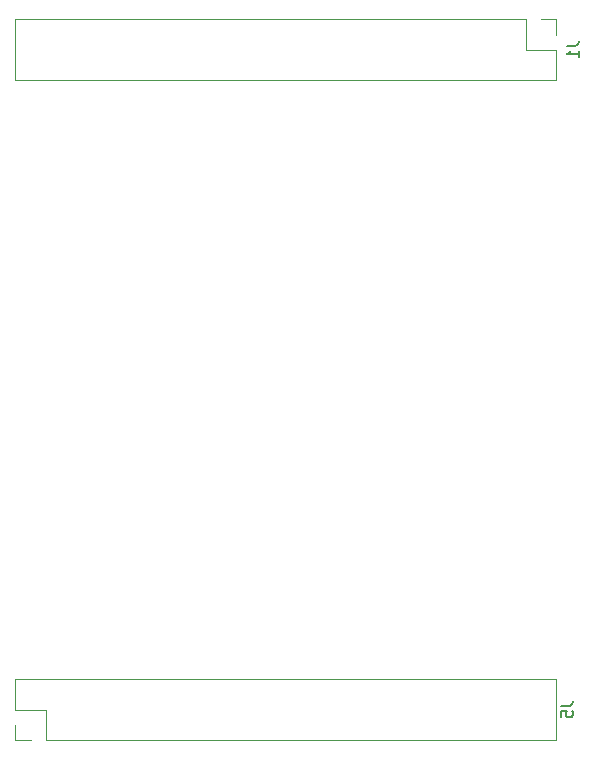
<source format=gbr>
G04 #@! TF.GenerationSoftware,KiCad,Pcbnew,(6.0.1)*
G04 #@! TF.CreationDate,2022-01-30T22:17:43+01:00*
G04 #@! TF.ProjectId,Teensy41_DualMotor,5465656e-7379-4343-915f-4475616c4d6f,1*
G04 #@! TF.SameCoordinates,Original*
G04 #@! TF.FileFunction,Legend,Bot*
G04 #@! TF.FilePolarity,Positive*
%FSLAX46Y46*%
G04 Gerber Fmt 4.6, Leading zero omitted, Abs format (unit mm)*
G04 Created by KiCad (PCBNEW (6.0.1)) date 2022-01-30 22:17:43*
%MOMM*%
%LPD*%
G01*
G04 APERTURE LIST*
%ADD10C,0.150000*%
%ADD11C,0.120000*%
%ADD12R,1.700000X1.700000*%
%ADD13O,1.700000X1.700000*%
%ADD14R,1.600000X1.600000*%
%ADD15C,1.600000*%
G04 APERTURE END LIST*
D10*
X73342380Y-86026666D02*
X74056666Y-86026666D01*
X74199523Y-85979047D01*
X74294761Y-85883809D01*
X74342380Y-85740952D01*
X74342380Y-85645714D01*
X74342380Y-87026666D02*
X74342380Y-86455238D01*
X74342380Y-86740952D02*
X73342380Y-86740952D01*
X73485238Y-86645714D01*
X73580476Y-86550476D01*
X73628095Y-86455238D01*
X72858380Y-141906666D02*
X73572666Y-141906666D01*
X73715523Y-141859047D01*
X73810761Y-141763809D01*
X73858380Y-141620952D01*
X73858380Y-141525714D01*
X72858380Y-142859047D02*
X72858380Y-142382857D01*
X73334571Y-142335238D01*
X73286952Y-142382857D01*
X73239333Y-142478095D01*
X73239333Y-142716190D01*
X73286952Y-142811428D01*
X73334571Y-142859047D01*
X73429809Y-142906666D01*
X73667904Y-142906666D01*
X73763142Y-142859047D01*
X73810761Y-142811428D01*
X73858380Y-142716190D01*
X73858380Y-142478095D01*
X73810761Y-142382857D01*
X73763142Y-142335238D01*
D11*
X72450000Y-83760000D02*
X71120000Y-83760000D01*
X69850000Y-86360000D02*
X69850000Y-83760000D01*
X72450000Y-88960000D02*
X26610000Y-88960000D01*
X72450000Y-85090000D02*
X72450000Y-83760000D01*
X69850000Y-83760000D02*
X26610000Y-83760000D01*
X72450000Y-88960000D02*
X72450000Y-86360000D01*
X26610000Y-88960000D02*
X26610000Y-83760000D01*
X72450000Y-86360000D02*
X69850000Y-86360000D01*
X26610000Y-139640000D02*
X26610000Y-142240000D01*
X72450000Y-139640000D02*
X72450000Y-144840000D01*
X26610000Y-139640000D02*
X72450000Y-139640000D01*
X29210000Y-144840000D02*
X72450000Y-144840000D01*
X26610000Y-143510000D02*
X26610000Y-144840000D01*
X26610000Y-144840000D02*
X27940000Y-144840000D01*
X29210000Y-142240000D02*
X29210000Y-144840000D01*
X26610000Y-142240000D02*
X29210000Y-142240000D01*
%LPC*%
D12*
X127000000Y-140970000D03*
D13*
X129540000Y-140970000D03*
X132080000Y-140970000D03*
X134620000Y-140970000D03*
X137160000Y-140970000D03*
D12*
X101600000Y-87630000D03*
D13*
X99060000Y-87630000D03*
X96520000Y-87630000D03*
X93980000Y-87630000D03*
X91440000Y-87630000D03*
D12*
X137160000Y-87630000D03*
D13*
X134620000Y-87630000D03*
X132080000Y-87630000D03*
X129540000Y-87630000D03*
X127000000Y-87630000D03*
D12*
X133330000Y-109160000D03*
D13*
X135870000Y-109160000D03*
X133330000Y-106620000D03*
X135870000Y-106620000D03*
X133330000Y-104080000D03*
X135870000Y-104080000D03*
X133330000Y-101540000D03*
X135870000Y-101540000D03*
X133330000Y-99000000D03*
X135870000Y-99000000D03*
D12*
X133350000Y-130780000D03*
D13*
X135890000Y-130780000D03*
X133350000Y-128240000D03*
X135890000Y-128240000D03*
X133350000Y-125700000D03*
X135890000Y-125700000D03*
X133350000Y-123160000D03*
X135890000Y-123160000D03*
X133350000Y-120620000D03*
X135890000Y-120620000D03*
D12*
X91440000Y-140970000D03*
D13*
X93980000Y-140970000D03*
X96520000Y-140970000D03*
X99060000Y-140970000D03*
X101600000Y-140970000D03*
D12*
X109220000Y-140995000D03*
D13*
X111760000Y-140995000D03*
X114300000Y-140995000D03*
X116840000Y-140995000D03*
X119380000Y-140995000D03*
D14*
X54610000Y-121920000D03*
D15*
X57150000Y-121920000D03*
X59690000Y-121920000D03*
X62230000Y-121920000D03*
X64770000Y-121920000D03*
X67310000Y-121920000D03*
X69850000Y-121920000D03*
X72390000Y-121920000D03*
X74930000Y-121920000D03*
X77470000Y-121920000D03*
X80010000Y-121920000D03*
X82550000Y-121920000D03*
X85090000Y-121920000D03*
X87630000Y-121920000D03*
X90170000Y-121920000D03*
X92710000Y-121920000D03*
X95250000Y-121920000D03*
X97790000Y-121920000D03*
X100330000Y-121920000D03*
X102870000Y-121920000D03*
X105410000Y-121920000D03*
X107950000Y-121920000D03*
X110490000Y-121920000D03*
X113030000Y-121920000D03*
X113030000Y-106680000D03*
X110490000Y-106680000D03*
X107950000Y-106680000D03*
X105410000Y-106680000D03*
X102870000Y-106680000D03*
X100330000Y-106680000D03*
X97790000Y-106680000D03*
X95250000Y-106680000D03*
X92710000Y-106680000D03*
X90170000Y-106680000D03*
X87630000Y-106680000D03*
X85090000Y-106680000D03*
X82550000Y-106680000D03*
X80010000Y-106680000D03*
X77470000Y-106680000D03*
X74930000Y-106680000D03*
X72390000Y-106680000D03*
X69850000Y-106680000D03*
X67310000Y-106680000D03*
X64770000Y-106680000D03*
X62230000Y-106680000D03*
X59690000Y-106680000D03*
X57150000Y-106680000D03*
X54610000Y-106680000D03*
D12*
X119350000Y-87630000D03*
D13*
X116810000Y-87630000D03*
X114270000Y-87630000D03*
X111730000Y-87630000D03*
X109190000Y-87630000D03*
D12*
X71120000Y-85090000D03*
D13*
X71120000Y-87630000D03*
X68580000Y-85090000D03*
X68580000Y-87630000D03*
X66040000Y-85090000D03*
X66040000Y-87630000D03*
X63500000Y-85090000D03*
X63500000Y-87630000D03*
X60960000Y-85090000D03*
X60960000Y-87630000D03*
X58420000Y-85090000D03*
X58420000Y-87630000D03*
X55880000Y-85090000D03*
X55880000Y-87630000D03*
X53340000Y-85090000D03*
X53340000Y-87630000D03*
X50800000Y-85090000D03*
X50800000Y-87630000D03*
X48260000Y-85090000D03*
X48260000Y-87630000D03*
X45720000Y-85090000D03*
X45720000Y-87630000D03*
X43180000Y-85090000D03*
X43180000Y-87630000D03*
X40640000Y-85090000D03*
X40640000Y-87630000D03*
X38100000Y-85090000D03*
X38100000Y-87630000D03*
X35560000Y-85090000D03*
X35560000Y-87630000D03*
X33020000Y-85090000D03*
X33020000Y-87630000D03*
X30480000Y-85090000D03*
X30480000Y-87630000D03*
X27940000Y-85090000D03*
X27940000Y-87630000D03*
D12*
X27940000Y-143510000D03*
D13*
X27940000Y-140970000D03*
X30480000Y-143510000D03*
X30480000Y-140970000D03*
X33020000Y-143510000D03*
X33020000Y-140970000D03*
X35560000Y-143510000D03*
X35560000Y-140970000D03*
X38100000Y-143510000D03*
X38100000Y-140970000D03*
X40640000Y-143510000D03*
X40640000Y-140970000D03*
X43180000Y-143510000D03*
X43180000Y-140970000D03*
X45720000Y-143510000D03*
X45720000Y-140970000D03*
X48260000Y-143510000D03*
X48260000Y-140970000D03*
X50800000Y-143510000D03*
X50800000Y-140970000D03*
X53340000Y-143510000D03*
X53340000Y-140970000D03*
X55880000Y-143510000D03*
X55880000Y-140970000D03*
X58420000Y-143510000D03*
X58420000Y-140970000D03*
X60960000Y-143510000D03*
X60960000Y-140970000D03*
X63500000Y-143510000D03*
X63500000Y-140970000D03*
X66040000Y-143510000D03*
X66040000Y-140970000D03*
X68580000Y-143510000D03*
X68580000Y-140970000D03*
X71120000Y-143510000D03*
X71120000Y-140970000D03*
M02*

</source>
